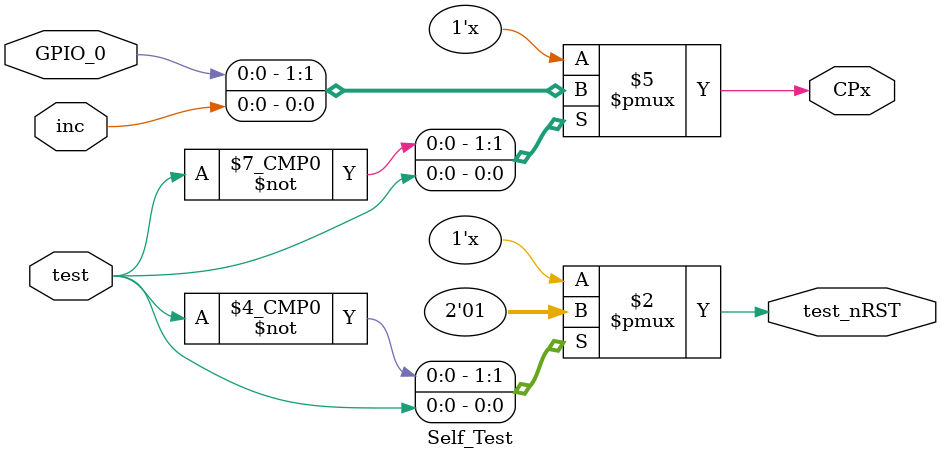
<source format=v>
module Self_Test(CPx, test_nRST, inc, GPIO_0, test);
output reg 	CPx, test_nRST;
input 		inc;//inner clock
input 		test;//switch for choosing test or measurement
input [0:0] GPIO_0;//external signal 
always @(test)
begin
	case(test)
		1'b0:begin
			CPx <= GPIO_0[0];
			test_nRST <= 1'b0;
		end
		1'b1:begin
			CPx <= inc;
			test_nRST <= 1'b1;
		end
	endcase
end
endmodule
</source>
